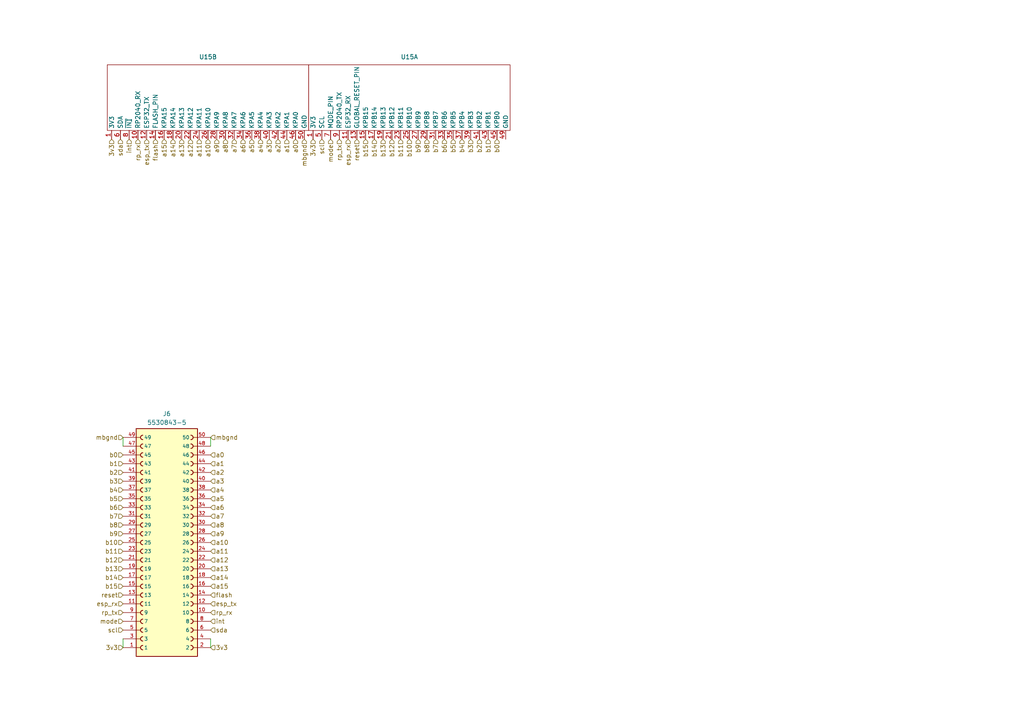
<source format=kicad_sch>
(kicad_sch (version 20230121) (generator eeschema)
  (paper "A4")
  (lib_symbols
    (symbol "5530843-5:5530843-5" (pin_names (offset 1.016))
      (property "Reference" "J" (at -10.16 34.29 0))
      (property "Value" "5530843-5" (at -10.16 -35.56 0))
      (symbol "5530843-5_0_0"
        (rectangle (start -8.89 -33.02) (end 8.89 33.02) (stroke (width 0.254)) (fill (type background)))
        (arc (start -6.985 -29.845) (mid -7.6173 -30.48) (end -6.985 -31.115) (stroke (width 0.254)))
        (arc (start -6.985 -27.305) (mid -7.6173 -27.94) (end -6.985 -28.575) (stroke (width 0.254)))
        (arc (start -6.985 -24.765) (mid -7.6173 -25.4) (end -6.985 -26.035) (stroke (width 0.254)))
        (arc (start -6.985 -22.225) (mid -7.6173 -22.86) (end -6.985 -23.495) (stroke (width 0.254)))
        (arc (start -6.985 -19.685) (mid -7.6173 -20.32) (end -6.985 -20.955) (stroke (width 0.254)))
        (arc (start -6.985 -17.145) (mid -7.6173 -17.78) (end -6.985 -18.415) (stroke (width 0.254)))
        (arc (start -6.985 -14.605) (mid -7.6173 -15.24) (end -6.985 -15.875) (stroke (width 0.254)))
        (arc (start -6.985 -12.065) (mid -7.6173 -12.7) (end -6.985 -13.335) (stroke (width 0.254)))
        (arc (start -6.985 -9.525) (mid -7.6173 -10.16) (end -6.985 -10.795) (stroke (width 0.254)))
        (arc (start -6.985 -6.985) (mid -7.6173 -7.62) (end -6.985 -8.255) (stroke (width 0.254)))
        (arc (start -6.985 -4.445) (mid -7.6173 -5.08) (end -6.985 -5.715) (stroke (width 0.254)))
        (arc (start -6.985 -1.905) (mid -7.6173 -2.54) (end -6.985 -3.175) (stroke (width 0.254)))
        (arc (start -6.985 0.635) (mid -7.6173 0) (end -6.985 -0.635) (stroke (width 0.254)))
        (arc (start -6.985 3.175) (mid -7.6173 2.54) (end -6.985 1.905) (stroke (width 0.254)))
        (arc (start -6.985 5.715) (mid -7.6173 5.08) (end -6.985 4.445) (stroke (width 0.254)))
        (arc (start -6.985 8.255) (mid -7.6173 7.62) (end -6.985 6.985) (stroke (width 0.254)))
        (arc (start -6.985 10.795) (mid -7.6173 10.16) (end -6.985 9.525) (stroke (width 0.254)))
        (arc (start -6.985 13.335) (mid -7.6173 12.7) (end -6.985 12.065) (stroke (width 0.254)))
        (arc (start -6.985 15.875) (mid -7.6173 15.24) (end -6.985 14.605) (stroke (width 0.254)))
        (arc (start -6.985 18.415) (mid -7.6173 17.78) (end -6.985 17.145) (stroke (width 0.254)))
        (arc (start -6.985 20.955) (mid -7.6173 20.32) (end -6.985 19.685) (stroke (width 0.254)))
        (arc (start -6.985 23.495) (mid -7.6173 22.86) (end -6.985 22.225) (stroke (width 0.254)))
        (arc (start -6.985 26.035) (mid -7.6173 25.4) (end -6.985 24.765) (stroke (width 0.254)))
        (arc (start -6.985 28.575) (mid -7.6173 27.94) (end -6.985 27.305) (stroke (width 0.254)))
        (arc (start -6.985 31.115) (mid -7.6173 30.48) (end -6.985 29.845) (stroke (width 0.254)))
        (arc (start 6.985 -31.115) (mid 7.6173 -30.48) (end 6.985 -29.845) (stroke (width 0.254)))
        (arc (start 6.985 -28.575) (mid 7.6173 -27.94) (end 6.985 -27.305) (stroke (width 0.254)))
        (arc (start 6.985 -26.035) (mid 7.6173 -25.4) (end 6.985 -24.765) (stroke (width 0.254)))
        (arc (start 6.985 -23.495) (mid 7.6173 -22.86) (end 6.985 -22.225) (stroke (width 0.254)))
        (arc (start 6.985 -20.955) (mid 7.6173 -20.32) (end 6.985 -19.685) (stroke (width 0.254)))
        (arc (start 6.985 -18.415) (mid 7.6173 -17.78) (end 6.985 -17.145) (stroke (width 0.254)))
        (arc (start 6.985 -15.875) (mid 7.6173 -15.24) (end 6.985 -14.605) (stroke (width 0.254)))
        (arc (start 6.985 -13.335) (mid 7.6173 -12.7) (end 6.985 -12.065) (stroke (width 0.254)))
        (arc (start 6.985 -10.795) (mid 7.6173 -10.16) (end 6.985 -9.525) (stroke (width 0.254)))
        (arc (start 6.985 -8.255) (mid 7.6173 -7.62) (end 6.985 -6.985) (stroke (width 0.254)))
        (arc (start 6.985 -5.715) (mid 7.6173 -5.08) (end 6.985 -4.445) (stroke (width 0.254)))
        (arc (start 6.985 -3.175) (mid 7.6173 -2.54) (end 6.985 -1.905) (stroke (width 0.254)))
        (arc (start 6.985 -0.635) (mid 7.6173 0) (end 6.985 0.635) (stroke (width 0.254)))
        (arc (start 6.985 1.905) (mid 7.6173 2.54) (end 6.985 3.175) (stroke (width 0.254)))
        (arc (start 6.985 4.445) (mid 7.6173 5.08) (end 6.985 5.715) (stroke (width 0.254)))
        (arc (start 6.985 6.985) (mid 7.6173 7.62) (end 6.985 8.255) (stroke (width 0.254)))
        (arc (start 6.985 9.525) (mid 7.6173 10.16) (end 6.985 10.795) (stroke (width 0.254)))
        (arc (start 6.985 12.065) (mid 7.6173 12.7) (end 6.985 13.335) (stroke (width 0.254)))
        (arc (start 6.985 14.605) (mid 7.6173 15.24) (end 6.985 15.875) (stroke (width 0.254)))
        (arc (start 6.985 17.145) (mid 7.6173 17.78) (end 6.985 18.415) (stroke (width 0.254)))
        (arc (start 6.985 19.685) (mid 7.6173 20.32) (end 6.985 20.955) (stroke (width 0.254)))
        (arc (start 6.985 22.225) (mid 7.6173 22.86) (end 6.985 23.495) (stroke (width 0.254)))
        (arc (start 6.985 24.765) (mid 7.6173 25.4) (end 6.985 26.035) (stroke (width 0.254)))
        (arc (start 6.985 27.305) (mid 7.6173 27.94) (end 6.985 28.575) (stroke (width 0.254)))
        (arc (start 6.985 29.845) (mid 7.6173 30.48) (end 6.985 31.115) (stroke (width 0.254)))
        (pin passive line (at -12.7 30.48 0) (length 5.08) (name "1") (number "1"))
        (pin passive line (at 12.7 20.32 180) (length 5.08) (name "10") (number "10"))
        (pin passive line (at -12.7 17.78 0) (length 5.08) (name "11") (number "11"))
        (pin passive line (at 12.7 17.78 180) (length 5.08) (name "12") (number "12"))
        (pin passive line (at -12.7 15.24 0) (length 5.08) (name "13") (number "13"))
        (pin passive line (at 12.7 15.24 180) (length 5.08) (name "14") (number "14"))
        (pin passive line (at -12.7 12.7 0) (length 5.08) (name "15") (number "15"))
        (pin passive line (at 12.7 12.7 180) (length 5.08) (name "16") (number "16"))
        (pin passive line (at -12.7 10.16 0) (length 5.08) (name "17") (number "17"))
        (pin passive line (at 12.7 10.16 180) (length 5.08) (name "18") (number "18"))
        (pin passive line (at -12.7 7.62 0) (length 5.08) (name "19") (number "19"))
        (pin passive line (at 12.7 30.48 180) (length 5.08) (name "2") (number "2"))
        (pin passive line (at 12.7 7.62 180) (length 5.08) (name "20") (number "20"))
        (pin passive line (at -12.7 5.08 0) (length 5.08) (name "21") (number "21"))
        (pin passive line (at 12.7 5.08 180) (length 5.08) (name "22") (number "22"))
        (pin passive line (at -12.7 2.54 0) (length 5.08) (name "23") (number "23"))
        (pin passive line (at 12.7 2.54 180) (length 5.08) (name "24") (number "24"))
        (pin passive line (at -12.7 0 0) (length 5.08) (name "25") (number "25"))
        (pin passive line (at 12.7 0 180) (length 5.08) (name "26") (number "26"))
        (pin passive line (at -12.7 -2.54 0) (length 5.08) (name "27") (number "27"))
        (pin passive line (at 12.7 -2.54 180) (length 5.08) (name "28") (number "28"))
        (pin passive line (at -12.7 -5.08 0) (length 5.08) (name "29") (number "29"))
        (pin passive line (at -12.7 27.94 0) (length 5.08) (name "3") (number "3"))
        (pin passive line (at 12.7 -5.08 180) (length 5.08) (name "30") (number "30"))
        (pin passive line (at -12.7 -7.62 0) (length 5.08) (name "31") (number "31"))
        (pin passive line (at 12.7 -7.62 180) (length 5.08) (name "32") (number "32"))
        (pin passive line (at -12.7 -10.16 0) (length 5.08) (name "33") (number "33"))
        (pin passive line (at 12.7 -10.16 180) (length 5.08) (name "34") (number "34"))
        (pin passive line (at -12.7 -12.7 0) (length 5.08) (name "35") (number "35"))
        (pin passive line (at 12.7 -12.7 180) (length 5.08) (name "36") (number "36"))
        (pin passive line (at -12.7 -15.24 0) (length 5.08) (name "37") (number "37"))
        (pin passive line (at 12.7 -15.24 180) (length 5.08) (name "38") (number "38"))
        (pin passive line (at -12.7 -17.78 0) (length 5.08) (name "39") (number "39"))
        (pin passive line (at 12.7 27.94 180) (length 5.08) (name "4") (number "4"))
        (pin passive line (at 12.7 -17.78 180) (length 5.08) (name "40") (number "40"))
        (pin passive line (at -12.7 -20.32 0) (length 5.08) (name "41") (number "41"))
        (pin passive line (at 12.7 -20.32 180) (length 5.08) (name "42") (number "42"))
        (pin passive line (at -12.7 -22.86 0) (length 5.08) (name "43") (number "43"))
        (pin passive line (at 12.7 -22.86 180) (length 5.08) (name "44") (number "44"))
        (pin passive line (at -12.7 -25.4 0) (length 5.08) (name "45") (number "45"))
        (pin passive line (at 12.7 -25.4 180) (length 5.08) (name "46") (number "46"))
        (pin passive line (at -12.7 -27.94 0) (length 5.08) (name "47") (number "47"))
        (pin passive line (at 12.7 -27.94 180) (length 5.08) (name "48") (number "48"))
        (pin passive line (at -12.7 -30.48 0) (length 5.08) (name "49") (number "49"))
        (pin passive line (at -12.7 25.4 0) (length 5.08) (name "5") (number "5"))
        (pin passive line (at 12.7 -30.48 180) (length 5.08) (name "50") (number "50"))
        (pin passive line (at 12.7 25.4 180) (length 5.08) (name "6") (number "6"))
        (pin passive line (at -12.7 22.86 0) (length 5.08) (name "7") (number "7"))
        (pin passive line (at 12.7 22.86 180) (length 5.08) (name "8") (number "8"))
        (pin passive line (at -12.7 20.32 0) (length 5.08) (name "9") (number "9"))
      )
    )
    (symbol "custom:edge-connector"
      (property "Reference" "U" (at 0 30.607 0))
      (symbol "edge-connector_0_1"
        (pin power_out line (at -12.065 27.94 0) (length 2.54) (name "3V3") (number "1"))
        (pin power_out line (at -12.065 27.94 0) (length 2.54) hide (name "3V3") (number "2"))
        (pin power_out line (at -12.065 27.94 0) (length 2.54) hide (name "3V3") (number "3"))
        (pin power_out line (at -12.065 27.94 0) (length 2.54) hide (name "3V3") (number "4"))
        (pin power_in line (at -12.065 -27.94 0) (length 2.54) hide (name "GND") (number "47"))
        (pin power_in line (at -12.065 -27.94 0) (length 2.54) hide (name "GND") (number "48"))
        (pin power_in line (at -12.065 -27.94 0) (length 2.54) hide (name "GND") (number "49"))
        (pin power_in line (at -12.065 -27.94 0) (length 2.54) (name "GND") (number "50"))
      )
      (symbol "edge-connector_1_1"
        (rectangle (start -9.525 29.21) (end 9.525 -29.21))
        (pin input line (at -12.065 17.78 0) (length 2.54) (name "ESP32_RX") (number "11"))
        (pin input line (at -12.065 15.24 0) (length 2.54) (name "GLOBAL_RESET_PIN") (number "13"))
        (pin input line (at -12.065 12.7 0) (length 2.54) (name "KPB15") (number "15"))
        (pin input line (at -12.065 10.16 0) (length 2.54) (name "KPB14") (number "17"))
        (pin input line (at -12.065 7.62 0) (length 2.54) (name "KPB13") (number "19"))
        (pin input line (at -12.065 5.08 0) (length 2.54) (name "KPB12") (number "21"))
        (pin input line (at -12.065 2.54 0) (length 2.54) (name "KPB11") (number "23"))
        (pin input line (at -12.065 0 0) (length 2.54) (name "KPB10") (number "25"))
        (pin input line (at -12.065 -2.54 0) (length 2.54) (name "KPB9") (number "27"))
        (pin input line (at -12.065 -5.08 0) (length 2.54) (name "KPB8") (number "29"))
        (pin input line (at -12.065 -7.62 0) (length 2.54) (name "KPB7") (number "31"))
        (pin input line (at -12.065 -10.16 0) (length 2.54) (name "KPB6") (number "33"))
        (pin input line (at -12.065 -12.7 0) (length 2.54) (name "KPB5") (number "35"))
        (pin input line (at -12.065 -15.24 0) (length 2.54) (name "KPB4") (number "37"))
        (pin input line (at -12.065 -17.78 0) (length 2.54) (name "KPB3") (number "39"))
        (pin input line (at -12.065 -20.32 0) (length 2.54) (name "KPB2") (number "41"))
        (pin input line (at -12.065 -22.86 0) (length 2.54) (name "KPB1") (number "43"))
        (pin input line (at -12.065 -25.4 0) (length 2.54) (name "KPB0") (number "45"))
        (pin bidirectional line (at -12.065 25.4 0) (length 2.54) (name "SCL") (number "5"))
        (pin input line (at -12.065 22.86 0) (length 2.54) (name "MODE_PIN") (number "7"))
        (pin output line (at -12.065 20.32 0) (length 2.54) (name "RP2040_TX") (number "9"))
      )
      (symbol "edge-connector_2_1"
        (rectangle (start -9.525 29.21) (end 9.525 -29.21))
        (pin input line (at -12.065 20.32 0) (length 2.54) (name "RP2040_RX") (number "10"))
        (pin output line (at -12.065 17.78 0) (length 2.54) (name "ESP32_TX") (number "12"))
        (pin input line (at -12.065 15.24 0) (length 2.54) (name "FLASH_PIN") (number "14"))
        (pin output line (at -12.065 12.7 0) (length 2.54) (name "KPA15") (number "16"))
        (pin output line (at -12.065 10.16 0) (length 2.54) (name "KPA14") (number "18"))
        (pin output line (at -12.065 7.62 0) (length 2.54) (name "KPA13") (number "20"))
        (pin output line (at -12.065 5.08 0) (length 2.54) (name "KPA12") (number "22"))
        (pin output line (at -12.065 2.54 0) (length 2.54) (name "KPA11") (number "24"))
        (pin output line (at -12.065 0 0) (length 2.54) (name "KPA10") (number "26"))
        (pin output line (at -12.065 -2.54 0) (length 2.54) (name "KPA9") (number "28"))
        (pin output line (at -12.065 -5.08 0) (length 2.54) (name "KPA8") (number "30"))
        (pin output line (at -12.065 -7.62 0) (length 2.54) (name "KPA7") (number "32"))
        (pin output line (at -12.065 -10.16 0) (length 2.54) (name "KPA6") (number "34"))
        (pin output line (at -12.065 -12.7 0) (length 2.54) (name "KPA5") (number "36"))
        (pin output line (at -12.065 -15.24 0) (length 2.54) (name "KPA4") (number "38"))
        (pin output line (at -12.065 -17.78 0) (length 2.54) (name "KPA3") (number "40"))
        (pin output line (at -12.065 -20.32 0) (length 2.54) (name "KPA2") (number "42"))
        (pin output line (at -12.065 -22.86 0) (length 2.54) (name "KPA1") (number "44"))
        (pin output line (at -12.065 -25.4 0) (length 2.54) (name "KPA0") (number "46"))
        (pin bidirectional line (at -12.065 25.4 0) (length 2.54) (name "SDA") (number "6"))
        (pin input line (at -12.065 22.86 0) (length 2.54) (name "~{INT}") (number "8"))
      )
    )
    (symbol "edge-connector_1"
      (property "Reference" "U" (at 0 30.607 0))
      (symbol "edge-connector_1_1_1"
        (rectangle (start -9.525 29.21) (end 9.525 -29.21))
        (pin power_out line (at -12.065 27.94 0) (length 2.54) (name "3V3") (number "1"))
        (pin input line (at -12.065 17.78 0) (length 2.54) (name "ESP32_RX") (number "11"))
        (pin input line (at -12.065 15.24 0) (length 2.54) (name "GLOBAL_RESET_PIN") (number "13"))
        (pin input line (at -12.065 12.7 0) (length 2.54) (name "KPB15") (number "15"))
        (pin input line (at -12.065 10.16 0) (length 2.54) (name "KPB14") (number "17"))
        (pin input line (at -12.065 7.62 0) (length 2.54) (name "KPB13") (number "19"))
        (pin input line (at -12.065 5.08 0) (length 2.54) (name "KPB12") (number "21"))
        (pin input line (at -12.065 2.54 0) (length 2.54) (name "KPB11") (number "23"))
        (pin input line (at -12.065 0 0) (length 2.54) (name "KPB10") (number "25"))
        (pin input line (at -12.065 -2.54 0) (length 2.54) (name "KPB9") (number "27"))
        (pin input line (at -12.065 -5.08 0) (length 2.54) (name "KPB8") (number "29"))
        (pin power_out line (at -12.065 27.94 0) (length 2.54) hide (name "3V3") (number "3"))
        (pin input line (at -12.065 -7.62 0) (length 2.54) (name "KPB7") (number "31"))
        (pin input line (at -12.065 -10.16 0) (length 2.54) (name "KPB6") (number "33"))
        (pin input line (at -12.065 -12.7 0) (length 2.54) (name "KPB5") (number "35"))
        (pin input line (at -12.065 -15.24 0) (length 2.54) (name "KPB4") (number "37"))
        (pin input line (at -12.065 -17.78 0) (length 2.54) (name "KPB3") (number "39"))
        (pin input line (at -12.065 -20.32 0) (length 2.54) (name "KPB2") (number "41"))
        (pin input line (at -12.065 -22.86 0) (length 2.54) (name "KPB1") (number "43"))
        (pin input line (at -12.065 -25.4 0) (length 2.54) (name "KPB0") (number "45"))
        (pin power_in line (at -12.065 -27.94 0) (length 2.54) hide (name "GND") (number "47"))
        (pin power_in line (at -12.065 -27.94 0) (length 2.54) (name "GND") (number "49"))
        (pin bidirectional line (at -12.065 25.4 0) (length 2.54) (name "SCL") (number "5"))
        (pin input line (at -12.065 22.86 0) (length 2.54) (name "MODE_PIN") (number "7"))
        (pin output line (at -12.065 20.32 0) (length 2.54) (name "RP2040_TX") (number "9"))
      )
      (symbol "edge-connector_1_2_1"
        (rectangle (start -9.525 29.21) (end 9.525 -29.21))
        (pin input line (at -12.065 20.32 0) (length 2.54) (name "RP2040_RX") (number "10"))
        (pin output line (at -12.065 17.78 0) (length 2.54) (name "ESP32_TX") (number "12"))
        (pin input line (at -12.065 15.24 0) (length 2.54) (name "FLASH_PIN") (number "14"))
        (pin output line (at -12.065 12.7 0) (length 2.54) (name "KPA15") (number "16"))
        (pin output line (at -12.065 10.16 0) (length 2.54) (name "KPA14") (number "18"))
        (pin power_out line (at -12.065 27.94 0) (length 2.54) (name "3V3") (number "2"))
        (pin output line (at -12.065 7.62 0) (length 2.54) (name "KPA13") (number "20"))
        (pin output line (at -12.065 5.08 0) (length 2.54) (name "KPA12") (number "22"))
        (pin output line (at -12.065 2.54 0) (length 2.54) (name "KPA11") (number "24"))
        (pin output line (at -12.065 0 0) (length 2.54) (name "KPA10") (number "26"))
        (pin output line (at -12.065 -2.54 0) (length 2.54) (name "KPA9") (number "28"))
        (pin output line (at -12.065 -5.08 0) (length 2.54) (name "KPA8") (number "30"))
        (pin output line (at -12.065 -7.62 0) (length 2.54) (name "KPA7") (number "32"))
        (pin output line (at -12.065 -10.16 0) (length 2.54) (name "KPA6") (number "34"))
        (pin output line (at -12.065 -12.7 0) (length 2.54) (name "KPA5") (number "36"))
        (pin output line (at -12.065 -15.24 0) (length 2.54) (name "KPA4") (number "38"))
        (pin power_out line (at -12.065 27.94 0) (length 2.54) hide (name "3V3") (number "4"))
        (pin output line (at -12.065 -17.78 0) (length 2.54) (name "KPA3") (number "40"))
        (pin output line (at -12.065 -20.32 0) (length 2.54) (name "KPA2") (number "42"))
        (pin output line (at -12.065 -22.86 0) (length 2.54) (name "KPA1") (number "44"))
        (pin output line (at -12.065 -25.4 0) (length 2.54) (name "KPA0") (number "46"))
        (pin power_in line (at -12.065 -27.94 0) (length 2.54) hide (name "GND") (number "48"))
        (pin power_in line (at -12.065 -27.94 0) (length 2.54) (name "GND") (number "50"))
        (pin bidirectional line (at -12.065 25.4 0) (length 2.54) (name "SDA") (number "6"))
        (pin input line (at -12.065 22.86 0) (length 2.54) (name "~{INT}") (number "8"))
      )
    )
  )
  (wire (pts (xy 61.087 185.293) (xy 61.087 187.833)))
  (wire (pts (xy 61.087 126.873) (xy 61.087 129.413)))
  (wire (pts (xy 35.687 185.293) (xy 35.687 187.833)))
  (wire (pts (xy 35.687 126.873) (xy 35.687 129.413)))
  (hierarchical_label "scl" (shape input) (at 35.687 182.753 180))
  (hierarchical_label "int" (shape input) (at 37.465 40.386 270))
  (hierarchical_label "b7" (shape input) (at 126.365 40.386 270))
  (hierarchical_label "a14" (shape input) (at 50.165 40.386 270))
  (hierarchical_label "3v3" (shape input) (at 35.687 187.833 180))
  (hierarchical_label "b6" (shape input) (at 128.905 40.386 270))
  (hierarchical_label "3v3" (shape input) (at 90.805 40.386 270))
  (hierarchical_label "a9" (shape input) (at 61.087 154.813 0))
  (hierarchical_label "a12" (shape input) (at 61.087 162.433 0))
  (hierarchical_label "a3" (shape input) (at 61.087 139.573 0))
  (hierarchical_label "b0" (shape input) (at 144.145 40.386 270))
  (hierarchical_label "b10" (shape input) (at 118.745 40.386 270))
  (hierarchical_label "a12" (shape input) (at 55.245 40.386 270))
  (hierarchical_label "a4" (shape input) (at 75.565 40.386 270))
  (hierarchical_label "a13" (shape input) (at 61.087 164.973 0))
  (hierarchical_label "rp_rx" (shape input) (at 61.087 177.673 0))
  (hierarchical_label "a14" (shape input) (at 61.087 167.513 0))
  (hierarchical_label "3v3" (shape input) (at 61.087 187.833 0))
  (hierarchical_label "a2" (shape input) (at 61.087 137.033 0))
  (hierarchical_label "a0" (shape input) (at 85.725 40.386 270))
  (hierarchical_label "scl" (shape input) (at 93.345 40.386 270))
  (hierarchical_label "b3" (shape input) (at 35.687 139.573 180))
  (hierarchical_label "a4" (shape input) (at 61.087 142.113 0))
  (hierarchical_label "b2" (shape input) (at 139.065 40.386 270))
  (hierarchical_label "esp_tx" (shape input) (at 42.545 40.386 270))
  (hierarchical_label "int" (shape input) (at 61.087 180.213 0))
  (hierarchical_label "b6" (shape input) (at 35.687 147.193 180))
  (hierarchical_label "b1" (shape input) (at 35.687 134.493 180))
  (hierarchical_label "reset" (shape input) (at 103.505 40.386 270))
  (hierarchical_label "b8" (shape input) (at 35.687 152.273 180))
  (hierarchical_label "b11" (shape input) (at 116.205 40.386 270))
  (hierarchical_label "esp_tx" (shape input) (at 61.087 175.133 0))
  (hierarchical_label "a7" (shape input) (at 67.945 40.386 270))
  (hierarchical_label "a2" (shape input) (at 80.645 40.386 270))
  (hierarchical_label "esp_rx" (shape input) (at 35.687 175.133 180))
  (hierarchical_label "mbgnd" (shape input) (at 35.687 126.873 180))
  (hierarchical_label "flash" (shape input) (at 61.087 172.593 0))
  (hierarchical_label "b1" (shape input) (at 141.605 40.386 270))
  (hierarchical_label "esp_rx" (shape input) (at 100.965 40.386 270))
  (hierarchical_label "b13" (shape input) (at 35.687 164.973 180))
  (hierarchical_label "a8" (shape input) (at 61.087 152.273 0))
  (hierarchical_label "a8" (shape input) (at 65.405 40.386 270))
  (hierarchical_label "b15" (shape input) (at 35.687 170.053 180))
  (hierarchical_label "a10" (shape input) (at 61.087 157.353 0))
  (hierarchical_label "mbgnd" (shape input) (at 61.087 126.873 0))
  (hierarchical_label "a1" (shape input) (at 83.185 40.386 270))
  (hierarchical_label "a10" (shape input) (at 60.325 40.386 270))
  (hierarchical_label "b13" (shape input) (at 111.125 40.386 270))
  (hierarchical_label "b4" (shape input) (at 133.985 40.386 270))
  (hierarchical_label "a5" (shape input) (at 61.087 144.653 0))
  (hierarchical_label "b10" (shape input) (at 35.687 157.353 180))
  (hierarchical_label "b14" (shape input) (at 35.687 167.513 180))
  (hierarchical_label "a15" (shape input) (at 61.087 170.053 0))
  (hierarchical_label "mode" (shape input) (at 35.687 180.213 180))
  (hierarchical_label "a0" (shape input) (at 61.087 131.953 0))
  (hierarchical_label "a13" (shape input) (at 52.705 40.386 270))
  (hierarchical_label "a11" (shape input) (at 57.785 40.386 270))
  (hierarchical_label "a15" (shape input) (at 47.625 40.386 270))
  (hierarchical_label "b5" (shape input) (at 35.687 144.653 180))
  (hierarchical_label "a7" (shape input) (at 61.087 149.733 0))
  (hierarchical_label "b3" (shape input) (at 136.525 40.386 270))
  (hierarchical_label "b8" (shape input) (at 123.825 40.386 270))
  (hierarchical_label "a6" (shape input) (at 70.485 40.386 270))
  (hierarchical_label "reset" (shape input) (at 35.687 172.593 180))
  (hierarchical_label "mode" (shape input) (at 95.885 40.386 270))
  (hierarchical_label "3v3" (shape input) (at 32.385 40.386 270))
  (hierarchical_label "b5" (shape input) (at 131.445 40.386 270))
  (hierarchical_label "b12" (shape input) (at 113.665 40.386 270))
  (hierarchical_label "rp_rx" (shape input) (at 40.005 40.386 270))
  (hierarchical_label "mbgnd" (shape input) (at 88.265 40.386 270))
  (hierarchical_label "a5" (shape input) (at 73.025 40.386 270))
  (hierarchical_label "a1" (shape input) (at 61.087 134.493 0))
  (hierarchical_label "a3" (shape input) (at 78.105 40.386 270))
  (hierarchical_label "a6" (shape input) (at 61.087 147.193 0))
  (hierarchical_label "rp_tx" (shape input) (at 35.687 177.673 180))
  (hierarchical_label "b9" (shape input) (at 35.687 154.813 180))
  (hierarchical_label "a11" (shape input) (at 61.087 159.893 0))
  (hierarchical_label "flash" (shape input) (at 45.085 40.386 270))
  (hierarchical_label "b12" (shape input) (at 35.687 162.433 180))
  (hierarchical_label "b0" (shape input) (at 35.687 131.953 180))
  (hierarchical_label "b7" (shape input) (at 35.687 149.733 180))
  (hierarchical_label "b2" (shape input) (at 35.687 137.033 180))
  (hierarchical_label "b9" (shape input) (at 121.285 40.386 270))
  (hierarchical_label "a9" (shape input) (at 62.865 40.386 270))
  (hierarchical_label "sda" (shape input) (at 34.925 40.386 270))
  (hierarchical_label "b15" (shape input) (at 106.045 40.386 270))
  (hierarchical_label "b11" (shape input) (at 35.687 159.893 180))
  (hierarchical_label "sda" (shape input) (at 61.087 182.753 0))
  (hierarchical_label "b4" (shape input) (at 35.687 142.113 180))
  (hierarchical_label "rp_tx" (shape input) (at 98.425 40.386 270))
  (hierarchical_label "b14" (shape input) (at 108.585 40.386 270))
  (symbol (lib_id "custom:edge-connector") (at 60.325 28.321 90) (unit 2)
    (property "Reference" "U15" (at 60.325 16.51 90))
    (property "Value" "~" (at 38.0834 34.9013 0))
    (property "Footprint" "5530843_5:edge" (effects hide))
  )
  (symbol (lib_name "edge-connector_1") (lib_id "custom:edge-connector") (at 118.745 28.321 90) (unit 1)
    (property "Reference" "U15" (at 118.745 16.51 90))
    (property "Value" "~" (at 96.5034 34.9013 0))
    (property "Footprint" "5530843_5:edge" (effects hide))
  )
  (symbol (lib_id "5530843-5:5530843-5") (at 48.387 157.353 0) (mirror x) (unit 1)
    (property "Reference" "J6" (at 48.387 120.015 0))
    (property "Value" "5530843-5" (at 48.387 122.555 0))
    (property "Footprint" "5530843_5:edgeport" (effects hide))
    (property "PARTREV" "G1" (effects hide))
    (property "STANDARD" "Manufacturer Recommendations" (effects hide))
    (property "MAXIMUM_PACKAGE_HEIGHT" "15.5 mm" (effects hide))
    (property "MANUFACTURER" "TE Connectivity" (effects hide))
  )
)
</source>
